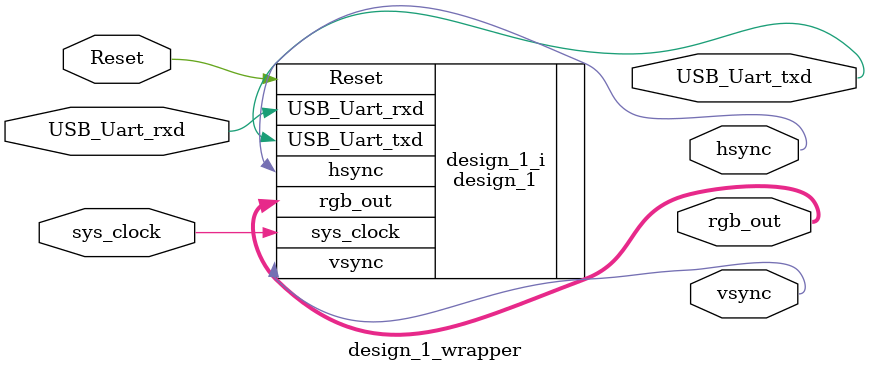
<source format=v>
`timescale 1 ps / 1 ps

module design_1_wrapper
   (Reset,
    USB_Uart_rxd,
    USB_Uart_txd,
    hsync,
    rgb_out,
    sys_clock,
    vsync);
  input Reset;
  input USB_Uart_rxd;
  output USB_Uart_txd;
  output hsync;
  output [11:0]rgb_out;
  input sys_clock;
  output vsync;

  wire Reset;
  wire USB_Uart_rxd;
  wire USB_Uart_txd;
  wire hsync;
  wire [11:0]rgb_out;
  wire sys_clock;
  wire vsync;

  design_1 design_1_i
       (.Reset(Reset),
        .USB_Uart_rxd(USB_Uart_rxd),
        .USB_Uart_txd(USB_Uart_txd),
        .hsync(hsync),
        .rgb_out(rgb_out),
        .sys_clock(sys_clock),
        .vsync(vsync));
endmodule

</source>
